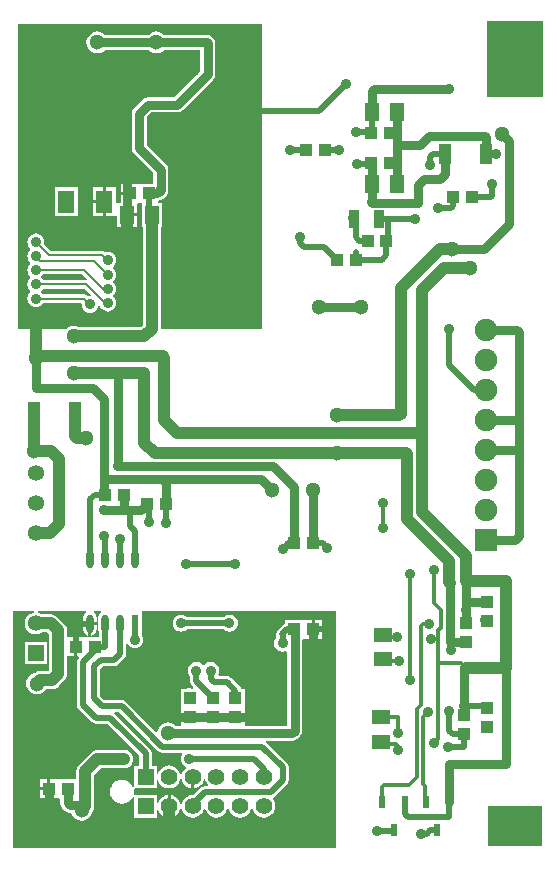
<source format=gbl>
G04 Layer_Physical_Order=2*
G04 Layer_Color=16711680*
%FSLAX44Y44*%
%MOMM*%
G71*
G01*
G75*
%ADD10R,1.0000X1.1000*%
%ADD14R,0.9000X1.5000*%
%ADD23O,0.6000X1.5500*%
%ADD24R,0.6000X1.5500*%
%ADD29R,1.4500X1.9000*%
%ADD30R,1.1000X1.0000*%
%ADD32C,0.5000*%
%ADD33C,0.7500*%
%ADD34C,1.0000*%
%ADD35C,0.3000*%
%ADD36C,0.2000*%
%ADD38R,4.8000X6.5000*%
%ADD39C,1.9000*%
%ADD40R,1.9000X1.9000*%
%ADD41C,1.3600*%
%ADD42R,1.3600X1.3600*%
%ADD43R,1.4000X1.4000*%
%ADD44C,1.4000*%
%ADD45C,1.3000*%
%ADD46C,0.9000*%
%ADD47R,0.6000X1.0000*%
%ADD48R,1.1000X1.7500*%
%ADD49R,1.5000X1.2000*%
%ADD50R,1.2000X1.5000*%
%ADD51R,4.6000X3.5000*%
G36*
X123586Y31826D02*
X125253Y30712D01*
X127220Y30321D01*
X143608D01*
X144235Y29051D01*
X143850Y28550D01*
X143141Y26838D01*
X142899Y25000D01*
X143141Y23162D01*
X143850Y21450D01*
X144979Y19979D01*
X146449Y18851D01*
X146844Y18687D01*
X147009Y17428D01*
X146196Y16804D01*
X144667Y14811D01*
X143706Y12490D01*
X143640Y11996D01*
X142360D01*
X142295Y12490D01*
X141333Y14811D01*
X139804Y16804D01*
X137811Y18333D01*
X135491Y19294D01*
X133000Y19622D01*
X130510Y19294D01*
X128189Y18333D01*
X126196Y16804D01*
X124667Y14811D01*
X123810Y12743D01*
X122540Y12995D01*
Y19540D01*
X118139D01*
Y30000D01*
X117748Y31967D01*
X116634Y33634D01*
X86676Y63591D01*
X86685Y63773D01*
X87082Y64861D01*
X90552D01*
X123586Y31826D01*
D02*
G37*
G36*
X212000Y389000D02*
X126544D01*
X126105Y389500D01*
Y475960D01*
X127040D01*
Y496040D01*
X123540D01*
Y497694D01*
X125454Y498075D01*
X127396Y499372D01*
X128550Y499851D01*
X130021Y500979D01*
X131149Y502450D01*
X131859Y504162D01*
X132101Y506000D01*
X132079Y506165D01*
X132203Y506790D01*
Y524210D01*
X131715Y526664D01*
X130325Y528745D01*
X113953Y545116D01*
Y568884D01*
X117656Y572587D01*
X140000D01*
X142454Y573075D01*
X144535Y574465D01*
X170325Y600255D01*
X171715Y602336D01*
X172203Y604790D01*
Y631210D01*
X171715Y633664D01*
X170325Y635745D01*
X169535Y636535D01*
X167454Y637925D01*
X165000Y638413D01*
X128474D01*
X128447Y638447D01*
X126559Y639896D01*
X124360Y640807D01*
X122000Y641118D01*
X119640Y640807D01*
X117441Y639896D01*
X115553Y638447D01*
X115526Y638413D01*
X78474D01*
X78447Y638447D01*
X76559Y639896D01*
X74360Y640807D01*
X72000Y641118D01*
X69640Y640807D01*
X67441Y639896D01*
X65553Y638447D01*
X64104Y636559D01*
X63193Y634360D01*
X62882Y632000D01*
X63193Y629640D01*
X64104Y627441D01*
X65553Y625553D01*
X67441Y624104D01*
X69640Y623193D01*
X72000Y622882D01*
X74360Y623193D01*
X76559Y624104D01*
X78447Y625553D01*
X78474Y625587D01*
X115526D01*
X115553Y625553D01*
X117441Y624104D01*
X119640Y623193D01*
X122000Y622882D01*
X124360Y623193D01*
X126559Y624104D01*
X128447Y625553D01*
X128474Y625587D01*
X159377D01*
Y607447D01*
X137344Y585413D01*
X115000D01*
X112546Y584925D01*
X110465Y583535D01*
X103005Y576075D01*
X101615Y573994D01*
X101127Y571540D01*
Y542460D01*
X101615Y540006D01*
X103005Y537925D01*
X119377Y521553D01*
Y512040D01*
X108810D01*
X108460Y512040D01*
X107540D01*
X107190Y512040D01*
X101270D01*
Y504000D01*
X100000D01*
Y502730D01*
X92460D01*
Y496040D01*
X89060D01*
X88960Y496040D01*
X87790Y496281D01*
Y509040D01*
X79270D01*
Y497000D01*
Y484960D01*
X87690D01*
X87790Y484960D01*
X88960Y484719D01*
Y475960D01*
X96230D01*
Y486000D01*
X97500D01*
Y487270D01*
X106040D01*
Y495062D01*
X106938Y495960D01*
X108460D01*
X108690Y495960D01*
X109960Y495670D01*
Y475960D01*
X110895D01*
Y392650D01*
X108850Y390605D01*
X56939D01*
X56559Y390896D01*
X54360Y391807D01*
X52000Y392118D01*
X49640Y391807D01*
X47441Y390896D01*
X45553Y389447D01*
X45209Y389000D01*
X5000D01*
Y647000D01*
X212000D01*
Y389000D01*
D02*
G37*
G36*
X274000Y-50500D02*
X1000D01*
Y150500D01*
X18469D01*
X18553Y149230D01*
X17562Y149100D01*
X15290Y148159D01*
X13339Y146661D01*
X11842Y144710D01*
X10900Y142438D01*
X10579Y140000D01*
X10900Y137562D01*
X11842Y135290D01*
X13339Y133339D01*
X15290Y131841D01*
X17562Y130900D01*
X20000Y130579D01*
X22438Y130900D01*
X24710Y131841D01*
X25431Y132395D01*
X29850D01*
X31395Y130850D01*
Y100150D01*
X30850Y99605D01*
X24000D01*
X22032Y99346D01*
X20198Y98586D01*
X19295Y97893D01*
X18640Y97807D01*
X16441Y96896D01*
X14553Y95447D01*
X13104Y93559D01*
X12193Y91360D01*
X11882Y89000D01*
X12193Y86640D01*
X13104Y84441D01*
X14553Y82553D01*
X16441Y81104D01*
X18640Y80193D01*
X21000Y79882D01*
X23360Y80193D01*
X25559Y81104D01*
X27447Y82553D01*
X28861Y84395D01*
X34000D01*
X35968Y84654D01*
X37803Y85414D01*
X39378Y86622D01*
X44378Y91622D01*
X45586Y93197D01*
X45901Y93957D01*
X46346Y95032D01*
X46605Y97000D01*
Y111960D01*
X52730D01*
Y120000D01*
Y128040D01*
X46605D01*
Y134000D01*
X46346Y135968D01*
X45586Y137802D01*
X44378Y139378D01*
X38378Y145378D01*
X36802Y146586D01*
X34968Y147346D01*
X33000Y147605D01*
X25431D01*
X24710Y148159D01*
X22438Y149100D01*
X21448Y149230D01*
X21531Y150500D01*
X62672D01*
X63057Y149230D01*
X61956Y148494D01*
X60732Y146662D01*
X60301Y144500D01*
Y141020D01*
X71599D01*
Y144500D01*
X71169Y146662D01*
X69944Y148494D01*
X68843Y149230D01*
X69228Y150500D01*
X75372D01*
X75757Y149230D01*
X74656Y148494D01*
X73432Y146662D01*
X73001Y144500D01*
Y135000D01*
X73432Y132838D01*
X73511Y132719D01*
Y128040D01*
X62810D01*
X62460Y128040D01*
Y128040D01*
X61540D01*
Y128040D01*
X55270D01*
Y120000D01*
Y111960D01*
X56033D01*
X56519Y110787D01*
X56366Y110634D01*
X55252Y108967D01*
X54861Y107000D01*
Y71000D01*
X55252Y69033D01*
X56366Y67366D01*
X67366Y56366D01*
X69033Y55252D01*
X71000Y54861D01*
X80871D01*
X107861Y27871D01*
Y19540D01*
X103460D01*
Y1602D01*
X102190Y1349D01*
X101770Y2363D01*
X100161Y4461D01*
X98063Y6070D01*
X95621Y7082D01*
X93000Y7427D01*
X90379Y7082D01*
X87937Y6070D01*
X85839Y4461D01*
X84230Y2363D01*
X83218Y-79D01*
X82873Y-2700D01*
X83218Y-5321D01*
X84230Y-7763D01*
X85839Y-9861D01*
X87937Y-11470D01*
X90379Y-12482D01*
X93000Y-12827D01*
X95621Y-12482D01*
X98063Y-11470D01*
X100161Y-9861D01*
X101770Y-7763D01*
X102190Y-6749D01*
X103460Y-7002D01*
Y-24540D01*
X122540D01*
Y-17995D01*
X123810Y-17743D01*
X124667Y-19811D01*
X126196Y-21804D01*
X128189Y-23333D01*
X130510Y-24294D01*
X131730Y-24455D01*
Y-15000D01*
Y-5545D01*
X130510Y-5706D01*
X128189Y-6667D01*
X126196Y-8196D01*
X124667Y-10189D01*
X123810Y-12257D01*
X122540Y-12005D01*
Y-5460D01*
X104044D01*
X102900Y-4422D01*
X103127Y-2700D01*
X102844Y-555D01*
X103736Y368D01*
X103933Y460D01*
X122540D01*
Y7005D01*
X123810Y7258D01*
X124667Y5189D01*
X126196Y3196D01*
X128189Y1667D01*
X130510Y706D01*
X133000Y378D01*
X135491Y706D01*
X137811Y1667D01*
X139804Y3196D01*
X141333Y5189D01*
X142295Y7510D01*
X142360Y8004D01*
X143640D01*
X143706Y7510D01*
X144667Y5189D01*
X146196Y3196D01*
X148189Y1667D01*
X150510Y706D01*
X151730Y545D01*
Y10000D01*
X154270D01*
Y545D01*
X155490Y706D01*
X157811Y1667D01*
X159804Y3196D01*
X161333Y5189D01*
X162294Y7510D01*
X162360Y8004D01*
X163640D01*
X163706Y7510D01*
X164667Y5189D01*
X166033Y3409D01*
X165681Y2139D01*
X163000D01*
X161033Y1748D01*
X159366Y634D01*
X153314Y-5419D01*
X153000Y-5378D01*
X150510Y-5706D01*
X148189Y-6667D01*
X146196Y-8196D01*
X144667Y-10189D01*
X143706Y-12510D01*
X143640Y-13004D01*
X142360D01*
X142295Y-12510D01*
X141333Y-10189D01*
X139804Y-8196D01*
X137811Y-6667D01*
X135491Y-5706D01*
X134270Y-5545D01*
Y-15000D01*
Y-24455D01*
X135491Y-24294D01*
X137811Y-23333D01*
X139804Y-21804D01*
X141333Y-19811D01*
X142295Y-17490D01*
X142360Y-16996D01*
X143640D01*
X143706Y-17490D01*
X144667Y-19811D01*
X146196Y-21804D01*
X148189Y-23333D01*
X150510Y-24294D01*
X153000Y-24622D01*
X155490Y-24294D01*
X157811Y-23333D01*
X159804Y-21804D01*
X161333Y-19811D01*
X162294Y-17490D01*
X162360Y-16996D01*
X163640D01*
X163706Y-17490D01*
X164667Y-19811D01*
X166196Y-21804D01*
X168189Y-23333D01*
X170510Y-24294D01*
X173000Y-24622D01*
X175490Y-24294D01*
X177811Y-23333D01*
X179804Y-21804D01*
X181333Y-19811D01*
X182295Y-17490D01*
X182360Y-16996D01*
X183640D01*
X183706Y-17490D01*
X184667Y-19811D01*
X186196Y-21804D01*
X188189Y-23333D01*
X190510Y-24294D01*
X193000Y-24622D01*
X195490Y-24294D01*
X197811Y-23333D01*
X199804Y-21804D01*
X201333Y-19811D01*
X202294Y-17490D01*
X202360Y-16996D01*
X203640D01*
X203706Y-17490D01*
X204667Y-19811D01*
X206196Y-21804D01*
X208189Y-23333D01*
X210510Y-24294D01*
X213000Y-24622D01*
X215490Y-24294D01*
X217811Y-23333D01*
X219804Y-21804D01*
X221333Y-19811D01*
X222294Y-17490D01*
X222622Y-15000D01*
X222294Y-12510D01*
X221333Y-10189D01*
X220500Y-9103D01*
X221006Y-7709D01*
X221022Y-7697D01*
X222674Y-6594D01*
X232634Y3366D01*
X233748Y5034D01*
X234139Y7000D01*
Y18000D01*
X233748Y19966D01*
X232634Y21634D01*
X215174Y39094D01*
X214840Y39317D01*
X215225Y40587D01*
X237000D01*
X239454Y41075D01*
X241535Y42465D01*
X243745Y44675D01*
X245135Y46756D01*
X245623Y49210D01*
Y126062D01*
X246521Y126960D01*
X247460D01*
X247810Y126960D01*
X253730D01*
Y135000D01*
Y143040D01*
X247810D01*
X247460Y143040D01*
X246540D01*
X246190Y143040D01*
X231460D01*
Y139852D01*
X230933Y139748D01*
X229266Y138634D01*
X225316Y134684D01*
X224202Y133017D01*
X223811Y131050D01*
X223861Y130799D01*
Y127868D01*
X222851Y126550D01*
X222141Y124838D01*
X221899Y123000D01*
X222141Y121162D01*
X222851Y119450D01*
X223979Y117979D01*
X225450Y116851D01*
X227162Y116141D01*
X229000Y115899D01*
X230838Y116141D01*
X231527Y116427D01*
X232797Y115578D01*
Y53413D01*
X198291D01*
X197040Y53460D01*
X197040Y54683D01*
Y59730D01*
X189000D01*
Y62270D01*
X197040D01*
Y68190D01*
X197040Y68540D01*
Y69460D01*
X197040Y69810D01*
Y84540D01*
X193832D01*
X193748Y84966D01*
X192634Y86634D01*
X185174Y94094D01*
X183507Y95208D01*
X181540Y95599D01*
X174958D01*
X174323Y96869D01*
X174859Y98162D01*
X175026Y99436D01*
X175139Y100000D01*
X175026Y100564D01*
X174859Y101838D01*
X174149Y103550D01*
X173021Y105021D01*
X171550Y106149D01*
X169838Y106859D01*
X168000Y107101D01*
X166162Y106859D01*
X164450Y106149D01*
X162979Y105021D01*
X162635Y104573D01*
X161365D01*
X161021Y105021D01*
X159550Y106149D01*
X157838Y106859D01*
X156000Y107101D01*
X154162Y106859D01*
X152450Y106149D01*
X150979Y105021D01*
X149851Y103550D01*
X149141Y101838D01*
X148899Y100000D01*
X149141Y98162D01*
X149851Y96450D01*
X150861Y95132D01*
Y91000D01*
X151252Y89033D01*
X152366Y87366D01*
X153466Y86267D01*
X153079Y84858D01*
X152360Y84642D01*
X151838Y84859D01*
X150000Y85101D01*
X148162Y84859D01*
X147393Y84540D01*
X142960D01*
Y78461D01*
X142899Y78000D01*
X142960Y77538D01*
Y69810D01*
X142960Y69460D01*
Y68540D01*
X142960Y68190D01*
Y62270D01*
X151000D01*
Y59730D01*
X142960D01*
X142960Y53460D01*
X141709Y53413D01*
X138474D01*
X138447Y53447D01*
X136559Y54896D01*
X134360Y55807D01*
X132000Y56118D01*
X129640Y55807D01*
X127441Y54896D01*
X125553Y53447D01*
X124104Y51559D01*
X123193Y49360D01*
X123077Y48481D01*
X121874Y48073D01*
X96314Y73634D01*
X94647Y74748D01*
X92680Y75139D01*
X78129D01*
X74599Y78668D01*
Y101332D01*
X77129Y103861D01*
X86000D01*
X87966Y104252D01*
X89634Y105366D01*
X94984Y110716D01*
X96098Y112383D01*
X96489Y114350D01*
Y122419D01*
X97759Y122671D01*
X97851Y122450D01*
X98979Y120979D01*
X100450Y119851D01*
X102162Y119141D01*
X104000Y118899D01*
X105838Y119141D01*
X107550Y119851D01*
X109021Y120979D01*
X110149Y122450D01*
X110859Y124162D01*
X111101Y126000D01*
X110859Y127838D01*
X110149Y129550D01*
X109590Y130279D01*
Y149230D01*
X109590Y150040D01*
X110669Y150500D01*
X274000D01*
Y-50500D01*
D02*
G37*
%LPC*%
G36*
X55790Y509040D02*
X36210D01*
Y484960D01*
X55790D01*
Y509040D01*
D02*
G37*
G36*
X76730Y495730D02*
X68210D01*
Y484960D01*
X76730D01*
Y495730D01*
D02*
G37*
G36*
X98730Y512040D02*
X92460D01*
Y505270D01*
X98730D01*
Y512040D01*
D02*
G37*
G36*
X76730Y509040D02*
X68210D01*
Y498270D01*
X76730D01*
Y509040D01*
D02*
G37*
G36*
X106040Y484730D02*
X98770D01*
Y475960D01*
X106040D01*
Y484730D01*
D02*
G37*
G36*
X20000Y470101D02*
X18162Y469859D01*
X16450Y469149D01*
X14979Y468021D01*
X13851Y466550D01*
X13141Y464838D01*
X12899Y463000D01*
X13141Y461162D01*
X13851Y459450D01*
X14979Y457979D01*
X15427Y457635D01*
Y456365D01*
X14979Y456021D01*
X13851Y454550D01*
X13141Y452838D01*
X12899Y451000D01*
X13141Y449162D01*
X13851Y447450D01*
X14979Y445979D01*
X15428Y445635D01*
Y444365D01*
X14979Y444020D01*
X13851Y442550D01*
X13141Y440837D01*
X12899Y438999D01*
X13141Y437161D01*
X13851Y435449D01*
X14979Y433978D01*
X15427Y433634D01*
Y432364D01*
X14979Y432020D01*
X13851Y430550D01*
X13141Y428837D01*
X12899Y426999D01*
X13141Y425161D01*
X13851Y423449D01*
X14979Y421978D01*
X15427Y421635D01*
Y420364D01*
X14979Y420021D01*
X13851Y418550D01*
X13141Y416838D01*
X12899Y415000D01*
X13141Y413162D01*
X13851Y411450D01*
X14979Y409979D01*
X16450Y408851D01*
X18162Y408141D01*
X20000Y407899D01*
X21838Y408141D01*
X23550Y408851D01*
X25021Y409979D01*
X26104Y411391D01*
X58119D01*
X58957Y410436D01*
X58899Y410000D01*
X59141Y408162D01*
X59851Y406450D01*
X60979Y404979D01*
X62450Y403851D01*
X64162Y403141D01*
X66000Y402899D01*
X67838Y403141D01*
X69550Y403851D01*
X71021Y404979D01*
X72149Y406450D01*
X72859Y408162D01*
X72952Y408873D01*
X73349Y408970D01*
X74240Y408923D01*
X74850Y407449D01*
X75979Y405978D01*
X77449Y404850D01*
X79162Y404140D01*
X81000Y403898D01*
X82838Y404140D01*
X84550Y404850D01*
X86021Y405978D01*
X87149Y407449D01*
X87859Y409161D01*
X88101Y410999D01*
X87859Y412837D01*
X87149Y414549D01*
X86021Y416020D01*
X85573Y416364D01*
Y417634D01*
X86021Y417978D01*
X87149Y419449D01*
X87859Y421161D01*
X88101Y422999D01*
X87859Y424837D01*
X87149Y426549D01*
X86021Y428020D01*
X85573Y428364D01*
Y429634D01*
X86021Y429978D01*
X87149Y431449D01*
X87859Y433161D01*
X88101Y434999D01*
X87859Y436837D01*
X87149Y438549D01*
X86021Y440020D01*
X85462Y440449D01*
Y442050D01*
X86021Y442479D01*
X87149Y443950D01*
X87859Y445662D01*
X88101Y447500D01*
X87859Y449338D01*
X87149Y451050D01*
X86021Y452521D01*
X84550Y453649D01*
X82838Y454359D01*
X81000Y454601D01*
X79162Y454359D01*
X78868Y454237D01*
X78552Y454552D01*
X77381Y455335D01*
X76000Y455609D01*
X32495D01*
X26869Y461236D01*
X27101Y463000D01*
X26859Y464838D01*
X26149Y466550D01*
X25021Y468021D01*
X23550Y469149D01*
X21838Y469859D01*
X20000Y470101D01*
D02*
G37*
%LPD*%
G36*
X63028Y431868D02*
X62490Y430609D01*
X26103D01*
X25021Y432020D01*
X24573Y432364D01*
Y433634D01*
X25021Y433978D01*
X26104Y435390D01*
X59506D01*
X63028Y431868D01*
D02*
G37*
G36*
X66592Y418304D02*
X66000Y417101D01*
X64236Y416869D01*
X63552Y417552D01*
X62381Y418335D01*
X61000Y418609D01*
X26104D01*
X25021Y420021D01*
X24573Y420365D01*
Y421635D01*
X25021Y421978D01*
X26105Y423391D01*
X61505D01*
X66592Y418304D01*
D02*
G37*
%LPC*%
G36*
X71599Y138480D02*
X67220D01*
Y129604D01*
X68112Y129781D01*
X69944Y131006D01*
X71169Y132838D01*
X71599Y135000D01*
Y138480D01*
D02*
G37*
G36*
X64680D02*
X60301D01*
Y135000D01*
X60732Y132838D01*
X61956Y131006D01*
X63788Y129781D01*
X64680Y129604D01*
Y138480D01*
D02*
G37*
G36*
X262540Y133730D02*
X256270D01*
Y126960D01*
X262540D01*
Y133730D01*
D02*
G37*
G36*
X29730Y8040D02*
X23460D01*
Y1270D01*
X29730D01*
Y8040D01*
D02*
G37*
G36*
Y-1270D02*
X23460D01*
Y-8040D01*
X29730D01*
Y-1270D01*
D02*
G37*
G36*
X29340Y123940D02*
X10660D01*
Y105260D01*
X29340D01*
Y123940D01*
D02*
G37*
G36*
X95000Y32605D02*
X72000D01*
X70032Y32346D01*
X68957Y31901D01*
X68197Y31586D01*
X66622Y30378D01*
X56622Y20378D01*
X55414Y18802D01*
X54654Y16968D01*
X54395Y15000D01*
Y8040D01*
X39810D01*
X39460Y8040D01*
X38540D01*
X38190Y8040D01*
X32270D01*
Y0D01*
Y-8040D01*
X38190D01*
X38540Y-8040D01*
X39460D01*
X40587Y-8988D01*
Y-12000D01*
X41075Y-14454D01*
X42465Y-16535D01*
X44465Y-18535D01*
X46546Y-19925D01*
X49000Y-20413D01*
X50215D01*
X51104Y-22559D01*
X52553Y-24447D01*
X54441Y-25896D01*
X56640Y-26807D01*
X59000Y-27118D01*
X61360Y-26807D01*
X63559Y-25896D01*
X65447Y-24447D01*
X66896Y-22559D01*
X67807Y-20360D01*
X67894Y-19705D01*
X68586Y-18802D01*
X69346Y-16968D01*
X69605Y-15000D01*
Y11850D01*
X75150Y17395D01*
X95000D01*
X96968Y17654D01*
X98802Y18414D01*
X100378Y19622D01*
X101586Y21198D01*
X102346Y23032D01*
X102605Y25000D01*
X102346Y26968D01*
X101586Y28802D01*
X100378Y30378D01*
X98802Y31586D01*
X96968Y32346D01*
X95000Y32605D01*
D02*
G37*
G36*
X256270Y143040D02*
Y136270D01*
X262540D01*
Y143040D01*
X256270D01*
D02*
G37*
G36*
X184000Y147101D02*
X182162Y146859D01*
X180450Y146149D01*
X179132Y145139D01*
X147867D01*
X146550Y146149D01*
X144838Y146859D01*
X143000Y147101D01*
X141162Y146859D01*
X139450Y146149D01*
X137979Y145021D01*
X136851Y143550D01*
X136141Y141838D01*
X135899Y140000D01*
X136141Y138162D01*
X136851Y136450D01*
X137979Y134979D01*
X139450Y133851D01*
X141162Y133141D01*
X143000Y132899D01*
X144838Y133141D01*
X146550Y133851D01*
X147867Y134861D01*
X179132D01*
X180450Y133851D01*
X182162Y133141D01*
X184000Y132899D01*
X185838Y133141D01*
X187550Y133851D01*
X189021Y134979D01*
X190149Y136450D01*
X190859Y138162D01*
X191101Y140000D01*
X190859Y141838D01*
X190149Y143550D01*
X189021Y145021D01*
X187550Y146149D01*
X185838Y146859D01*
X184000Y147101D01*
D02*
G37*
%LPD*%
D10*
X249000Y541000D02*
D03*
X265000D02*
D03*
X31000Y0D02*
D03*
X47000D02*
D03*
X255000Y135000D02*
D03*
X239000D02*
D03*
X255000Y208000D02*
D03*
X239000D02*
D03*
X373000Y501000D02*
D03*
X389000D02*
D03*
X130000Y241000D02*
D03*
X114000D02*
D03*
X301000Y464000D02*
D03*
X317000D02*
D03*
X79000Y249000D02*
D03*
X95000D02*
D03*
X54000Y120000D02*
D03*
X70000D02*
D03*
X291000Y448000D02*
D03*
X275000D02*
D03*
X304000Y530000D02*
D03*
X320000D02*
D03*
X320000Y555000D02*
D03*
X304000D02*
D03*
X116000Y504000D02*
D03*
X100000D02*
D03*
D14*
X289500Y482000D02*
D03*
X310500D02*
D03*
D23*
X65950Y194250D02*
D03*
X78650D02*
D03*
X91350D02*
D03*
X104050D02*
D03*
X65950Y139750D02*
D03*
X78650D02*
D03*
X91350D02*
D03*
D24*
X104050D02*
D03*
D29*
X46000Y497000D02*
D03*
X78000D02*
D03*
D30*
X402000Y68000D02*
D03*
Y52000D02*
D03*
X383000Y62000D02*
D03*
Y46000D02*
D03*
X402000Y158000D02*
D03*
Y142000D02*
D03*
X384000Y140000D02*
D03*
Y124000D02*
D03*
X151000Y61000D02*
D03*
Y77000D02*
D03*
X170000Y61000D02*
D03*
Y77000D02*
D03*
X189000Y61000D02*
D03*
Y77000D02*
D03*
D32*
X229000Y7000D02*
Y18000D01*
X219040Y-2960D02*
X229000Y7000D01*
X168013Y-2960D02*
X219040D01*
X92680Y70000D02*
X127220Y35460D01*
X76000Y70000D02*
X92680D01*
X127220Y35460D02*
X211540D01*
X150000Y25000D02*
X205000D01*
X211540Y35460D02*
X229000Y18000D01*
X205000Y25000D02*
X213000Y17000D01*
Y10000D02*
Y17000D01*
X206000Y61000D02*
Y95000D01*
X153000Y-15000D02*
Y-13000D01*
X163000Y-3000D01*
X167973D01*
X168013Y-2960D01*
X83000Y60000D02*
X113000Y30000D01*
Y10000D02*
Y30000D01*
X71000Y60000D02*
X83000D01*
X318000Y482000D02*
X341000D01*
X168000Y574000D02*
X260000D01*
X283000Y597000D01*
X265000Y541000D02*
X277000D01*
X235000D02*
X249000D01*
X310500Y482000D02*
X318000D01*
Y465000D02*
Y482000D01*
X317000Y464000D02*
X318000Y465000D01*
X370000Y359000D02*
Y389000D01*
Y359000D02*
X391200Y337800D01*
X401000D01*
X401250Y537000D02*
X402250Y536000D01*
X356000Y537000D02*
X366750D01*
X354000Y535000D02*
X356000Y537000D01*
X354000Y528000D02*
Y535000D01*
X373000Y493000D02*
Y501000D01*
X369500Y-23500D02*
X370000Y-24000D01*
X369999Y49001D02*
Y66000D01*
Y49001D02*
X373000Y46000D01*
X335000Y-24000D02*
X370000D01*
X369500Y-23500D02*
Y-11000D01*
X332500Y-21500D02*
Y-11000D01*
Y-21500D02*
X335000Y-24000D01*
X369000Y35000D02*
X383000D01*
Y46000D01*
X373000Y46000D02*
X383000D01*
X383000Y46000D01*
Y70000D02*
X401000D01*
X382999D02*
X383000D01*
X104000Y126000D02*
Y139700D01*
X104050Y139750D01*
X65950D02*
X66000Y139700D01*
X65300Y139000D02*
X66000Y139700D01*
X54000Y139000D02*
X65300D01*
X111000Y12000D02*
X113000Y10000D01*
X60000Y71000D02*
X71000Y60000D01*
X60000Y71000D02*
Y107000D01*
X70000Y117000D01*
Y120000D01*
X69460Y76540D02*
X76000Y70000D01*
X69460Y76540D02*
Y103460D01*
X75000Y109000D01*
X86000D01*
X91350Y114350D01*
Y139750D01*
X70000Y120000D02*
X78650D01*
Y139750D01*
X54000Y120000D02*
Y139000D01*
X54000Y139000D02*
X54000Y139000D01*
X168000Y100000D02*
X170000D01*
X156000Y91000D02*
Y100000D01*
Y91000D02*
X170000Y77000D01*
X187000D02*
X189000D01*
X168000Y93000D02*
Y100000D01*
Y93000D02*
X170540Y90460D01*
X181540D01*
X189000Y83000D01*
Y77000D02*
Y83000D01*
X228950Y131050D02*
X232900Y135000D01*
X239000D01*
X267000Y121000D02*
Y131000D01*
X263000Y135000D02*
X267000Y131000D01*
X255000Y135000D02*
X263000D01*
X228950Y131050D02*
X229000Y131000D01*
Y123000D02*
Y131000D01*
X143000Y140000D02*
X184000D01*
X104050Y194250D02*
Y217950D01*
X100000Y222000D02*
X104050Y217950D01*
X116000Y226000D02*
Y239000D01*
X114000Y241000D02*
X116000Y239000D01*
X130000Y225000D02*
Y241000D01*
X147000Y190000D02*
X189000D01*
X65950Y194250D02*
Y244950D01*
X70000Y249000D01*
X78000D01*
X79000D01*
X78650Y194250D02*
Y213350D01*
X78000Y214000D02*
X78650Y213350D01*
X91000Y194600D02*
Y211000D01*
Y194600D02*
X91350Y194250D01*
X100000Y222000D02*
Y234000D01*
X263000Y208000D02*
X267000Y204000D01*
X255000Y208000D02*
X263000D01*
X229000Y203000D02*
X234000Y208000D01*
X239000D01*
X116000Y488500D02*
X118500Y486000D01*
X116000Y488500D02*
Y504000D01*
X304500Y555500D02*
Y573000D01*
X304000Y555000D02*
X304500Y555500D01*
X291000Y556000D02*
X303000D01*
X304000Y555000D01*
X303000Y529000D02*
X304000Y530000D01*
X292000Y529000D02*
X303000D01*
X325500Y512000D02*
X326000Y511500D01*
X264000Y459000D02*
X275000Y448000D01*
X247000Y459000D02*
X264000D01*
X244000Y462000D02*
X247000Y459000D01*
X244000Y462000D02*
Y467000D01*
X402250Y536000D02*
X403250Y537000D01*
X410000D01*
X406000Y502000D02*
Y512000D01*
X405000Y501000D02*
X406000Y502000D01*
X389000Y501000D02*
X405000D01*
X361000Y492000D02*
X372000D01*
X373000Y493000D01*
X291000Y448000D02*
X313000D01*
X317000Y452000D01*
Y464000D01*
X291000Y448000D02*
Y454000D01*
Y467000D02*
Y481000D01*
Y467000D02*
X294000Y464000D01*
X301000D01*
X322000Y-36000D02*
X323000Y-35000D01*
X309000Y-36000D02*
X322000D01*
X346000Y-38000D02*
X351000D01*
X354000Y-35000D01*
X360000D01*
X289000Y483000D02*
X291000Y481000D01*
D33*
X132000Y47000D02*
X237000D01*
X136000Y61000D02*
X151000D01*
X135000Y62000D02*
X136000Y61000D01*
X206000D02*
X225999D01*
X189000D02*
X206000D01*
X306000Y592000D02*
X370000D01*
X304500Y590500D02*
X306000Y592000D01*
X304999Y496999D02*
Y508499D01*
X305000Y508500D01*
X303000Y510500D02*
X305000Y508500D01*
X344000Y496000D02*
Y511000D01*
X305000Y496000D02*
X344000D01*
X371000Y124000D02*
Y174000D01*
X371000Y174000D02*
X371000Y174000D01*
X20000Y339210D02*
X68790D01*
X20000D02*
Y364128D01*
X78000Y249000D02*
Y330000D01*
X68790Y339210D02*
X78000Y330000D01*
X90000Y273000D02*
Y352000D01*
X20000Y365020D02*
X20892D01*
X239000Y208000D02*
Y255000D01*
X221000Y273000D02*
X239000Y255000D01*
X165790Y604790D02*
Y631210D01*
X140000Y579000D02*
X165790Y604790D01*
X115000Y579000D02*
X140000D01*
X115000Y596000D02*
X138000D01*
X150000Y608000D01*
X97500Y578500D02*
X115000Y596000D01*
X107540Y571540D02*
X115000Y579000D01*
X107540Y542460D02*
Y571540D01*
X72000Y632000D02*
X122000D01*
X165000D01*
X165790Y631210D01*
X107540Y542460D02*
X125790Y524210D01*
Y506790D02*
Y524210D01*
X125000Y506000D02*
X125790Y506790D01*
X123000Y504000D02*
X125000Y506000D01*
X116000Y504000D02*
X123000D01*
X151000Y611000D02*
X153000D01*
X384000Y158000D02*
Y176000D01*
X383000Y70000D02*
Y101000D01*
X384000Y102000D01*
Y151000D02*
Y158000D01*
Y140000D02*
Y151000D01*
Y158000D02*
X402000D01*
X127000Y262000D02*
X211000D01*
X90000Y273000D02*
X221000D01*
X18000Y-16000D02*
X28000D01*
X31000Y-13000D01*
Y0D01*
X55000Y-14000D02*
X59000Y-18000D01*
X49000Y-14000D02*
X55000D01*
X47000Y-12000D02*
X49000Y-14000D01*
X47000Y-12000D02*
Y0D01*
X81000Y97000D02*
X120000D01*
X134210Y82790D01*
Y67790D02*
X135000Y67000D01*
X134210Y67790D02*
Y82790D01*
X135000Y62000D02*
Y67000D01*
X151000Y61000D02*
X170000D01*
X189000D01*
X252000Y61000D02*
X255000Y64000D01*
Y135000D01*
X239000D02*
X239210Y134790D01*
X237000Y47000D02*
X239210Y49210D01*
Y134790D01*
X225999Y61000D02*
X226000Y61000D01*
X127000Y262000D02*
X130000Y259000D01*
Y241000D02*
Y259000D01*
X211000Y262000D02*
X220000Y253000D01*
X81790Y262000D02*
X127000D01*
X255000Y208000D02*
Y253000D01*
X109000Y236000D02*
X114000Y241000D01*
X95000Y236000D02*
Y249000D01*
X78000Y236000D02*
X95000D01*
X109000D01*
X320000Y555000D02*
X325500D01*
Y573000D01*
X320000Y530000D02*
X325500D01*
Y512000D02*
Y530000D01*
X304500Y512000D02*
Y529500D01*
X304000Y530000D02*
X304500Y529500D01*
X344000Y511000D02*
X349000Y516000D01*
X362000D01*
X366750Y520750D01*
Y537000D01*
X401250D02*
Y551750D01*
X400000Y553000D02*
X401250Y551750D01*
X353000Y553000D02*
X400000D01*
X345000Y545000D02*
X353000Y553000D01*
X325500Y530000D02*
Y545000D01*
Y555000D01*
X303000Y510500D02*
X304500Y512000D01*
Y573000D02*
Y590500D01*
X372500Y456500D02*
X399500D01*
X420790Y477790D01*
X414001Y553999D02*
X414999D01*
X414999D01*
X414999D02*
X420790Y548208D01*
Y477790D02*
Y548208D01*
X325500Y545000D02*
X345000D01*
X260000Y408000D02*
X295000D01*
X401000Y210800D02*
X425800D01*
X429000Y214000D01*
X427400Y388600D02*
X429000Y387000D01*
X401000Y388600D02*
X427400D01*
X401000Y287000D02*
X429000D01*
Y214000D02*
Y287000D01*
X401000Y312400D02*
X428400D01*
X429000Y313000D01*
Y287000D02*
Y313000D01*
Y387000D01*
X16000Y-18000D02*
X18000Y-16000D01*
X418000Y21000D02*
Y102000D01*
X369500Y-11000D02*
Y21000D01*
X418000D01*
X371000Y124000D02*
X384000D01*
X20000Y364128D02*
X20892Y365020D01*
X97500Y486000D02*
Y578500D01*
X150000Y608000D02*
X154000D01*
X151000Y611000D02*
X154000Y608000D01*
D34*
X62000Y15000D02*
X72000Y25000D01*
X95000D01*
X62000Y-15000D02*
Y15000D01*
X59000Y-18000D02*
X62000Y-15000D01*
X16000Y-18000D02*
Y40000D01*
X22000Y46000D02*
X79000D01*
X16000Y40000D02*
X22000Y46000D01*
X16000Y-31000D02*
X22000Y-37000D01*
X370280Y174720D02*
Y192720D01*
X334460Y228540D02*
X370280Y192720D01*
X20000Y216200D02*
X32200D01*
X40000Y224000D01*
Y279000D01*
X32750Y286250D02*
X40000Y279000D01*
X18750Y286250D02*
X32750D01*
X18750D02*
Y319000D01*
X55000Y297000D02*
X63000D01*
X53000Y299000D02*
X55000Y297000D01*
X53000Y299000D02*
Y318750D01*
X53250Y319000D01*
X20000Y365020D02*
Y366040D01*
X347040Y279184D02*
Y300960D01*
X347000Y301000D02*
X347040Y300960D01*
X347000Y279144D02*
X347040Y279184D01*
X347000Y234137D02*
Y279144D01*
X384000Y176000D02*
Y197137D01*
Y176000D02*
X384000Y176000D01*
X418000D01*
Y102000D02*
Y176000D01*
X384000Y102000D02*
X418000D01*
X370280Y174720D02*
X371000Y174000D01*
X21000Y89000D02*
X24000Y92000D01*
X34000D01*
X39000Y97000D01*
Y134000D01*
X33000Y140000D02*
X39000Y134000D01*
X20000Y140000D02*
X33000D01*
X133000Y-37000D02*
Y-15000D01*
X133000Y-15000D01*
X22000Y-37000D02*
X133000D01*
X118500Y389500D02*
Y486000D01*
X20000Y366040D02*
Y396000D01*
X97500Y399500D02*
Y486000D01*
X90000Y352000D02*
X112000D01*
X129000Y312000D02*
Y365040D01*
X128000Y366040D02*
X129000Y365040D01*
X347000Y234137D02*
X384000Y197137D01*
X366000Y441000D02*
X388000D01*
X372000Y457000D02*
X372500Y456500D01*
X362000Y457000D02*
X372000D01*
X275000Y284000D02*
X333460D01*
X329000Y424000D02*
X362000Y457000D01*
X129000Y312000D02*
X140000Y301000D01*
X347000D01*
X275000Y316000D02*
X328000D01*
X329000Y317000D01*
X334460Y228540D02*
Y283000D01*
X333460Y284000D02*
X334460Y283000D01*
X347000Y301000D02*
Y422000D01*
X366000Y441000D01*
X329000Y317000D02*
Y424000D01*
X112000Y383000D02*
X118500Y389500D01*
X52000Y352000D02*
X90000D01*
X20000Y366040D02*
X128000D01*
X52000Y383000D02*
X112000D01*
X21960Y397960D02*
X95960D01*
X97500Y399500D01*
X20000Y396000D02*
X21960Y397960D01*
X16000Y-31000D02*
Y-18000D01*
X112000Y293000D02*
Y352000D01*
Y293000D02*
X121000Y284000D01*
X275000D01*
D35*
X357000Y157000D02*
Y185000D01*
Y157000D02*
X363000Y151000D01*
Y136000D02*
Y151000D01*
X361000Y134000D02*
X363000Y136000D01*
X361000Y127000D02*
Y134000D01*
X314000Y109500D02*
X315500Y108000D01*
X328000D01*
X337000Y92000D02*
Y182000D01*
X314000Y130500D02*
X316500Y128000D01*
X326000D01*
X346459Y71188D02*
Y137709D01*
X314000Y221000D02*
Y242000D01*
X371000Y124000D02*
X371999Y123001D01*
Y117000D02*
Y123001D01*
X327000Y33000D02*
Y36000D01*
X325000Y38000D02*
X327000Y36000D01*
X312000Y38000D02*
X325000D01*
X312000D02*
Y39500D01*
X346459Y137709D02*
X347750Y139000D01*
X348000Y60651D02*
X352460Y65111D01*
X357000Y39000D02*
X358000D01*
X361000Y42000D01*
X347750Y139000D02*
X353000D01*
X350000Y-10500D02*
X350500Y-11000D01*
X350000Y-10500D02*
Y2000D01*
X362000Y106000D02*
X380000D01*
X384000Y102000D01*
X361000Y42000D02*
Y127000D01*
X354999D02*
X361000D01*
X326999Y47000D02*
Y60500D01*
X312000D02*
X326999D01*
X348000Y4000D02*
X350000Y2000D01*
X313500Y-11000D02*
Y1500D01*
X342460Y67189D02*
X346459Y71188D01*
X348000Y4000D02*
Y60651D01*
X313500Y1500D02*
X315000Y3000D01*
X336000D01*
X342460Y9460D01*
Y67189D01*
D36*
X99000Y514000D02*
X112460D01*
X98500Y513500D02*
X99000Y514000D01*
X112460D02*
X115000Y516540D01*
X46000Y498000D02*
X47000D01*
X80000Y432000D02*
X81000Y433000D01*
X80500Y447500D02*
X81000D01*
X81000Y434999D02*
X82999Y433000D01*
X81000Y433000D02*
Y434999D01*
X77001Y422999D02*
X81000D01*
X79001Y410999D02*
X81000D01*
X76000Y452000D02*
X80500Y447500D01*
X31000Y452000D02*
X76000D01*
X68999Y447000D02*
X81000Y434999D01*
X20000Y463000D02*
X31000Y452000D01*
X20000Y451000D02*
X24000Y447000D01*
X68999D01*
X20000Y438999D02*
X61001D01*
X77001Y422999D01*
X20000Y427999D02*
X21001Y429000D01*
X20000Y426999D02*
Y427999D01*
X23001Y427000D02*
X63000D01*
X79001Y410999D01*
X20000Y415000D02*
X61000D01*
X66000Y410000D01*
X46000Y497000D02*
X47000Y498000D01*
X21001Y429000D02*
X23001Y427000D01*
D38*
X426000Y617500D02*
D03*
D39*
X401000Y337800D02*
D03*
Y312400D02*
D03*
Y236200D02*
D03*
Y261600D02*
D03*
Y287000D02*
D03*
Y363200D02*
D03*
Y388600D02*
D03*
D40*
Y210800D02*
D03*
D41*
X20000Y267000D02*
D03*
Y241600D02*
D03*
Y216200D02*
D03*
Y140000D02*
D03*
D42*
Y114600D02*
D03*
D43*
X113000Y10000D02*
D03*
Y-15000D02*
D03*
D44*
X133000Y10000D02*
D03*
X153000D02*
D03*
X173000D02*
D03*
X193000D02*
D03*
X213000D02*
D03*
X133000Y-15000D02*
D03*
X153000D02*
D03*
X173000D02*
D03*
X193000D02*
D03*
X213000D02*
D03*
D45*
X132000Y47000D02*
D03*
X18750Y286250D02*
D03*
X63000Y297000D02*
D03*
X20000Y365020D02*
D03*
X72000Y632000D02*
D03*
X122000D02*
D03*
X153000Y611000D02*
D03*
X21000Y89000D02*
D03*
X59000Y-18000D02*
D03*
X79000Y46000D02*
D03*
X135000Y67000D02*
D03*
X81000Y97000D02*
D03*
X252000Y61000D02*
D03*
X226000Y61000D02*
D03*
X220000Y253000D02*
D03*
X255000D02*
D03*
X388000Y441000D02*
D03*
X372500Y456500D02*
D03*
X414999Y553999D02*
D03*
X295000Y408000D02*
D03*
X260000D02*
D03*
X275000Y284000D02*
D03*
Y316000D02*
D03*
X52000Y352000D02*
D03*
X52000Y383000D02*
D03*
D46*
X150000Y25000D02*
D03*
X150000Y78000D02*
D03*
X206000Y95000D02*
D03*
X95000Y25000D02*
D03*
X341000Y482000D02*
D03*
X283000Y597000D02*
D03*
X277000Y541000D02*
D03*
X235000D02*
D03*
X370000Y592000D02*
D03*
X304999Y496999D02*
D03*
X370000Y389000D02*
D03*
X357000Y185000D02*
D03*
X168000Y574000D02*
D03*
Y562000D02*
D03*
Y550000D02*
D03*
X156000Y574000D02*
D03*
Y562000D02*
D03*
Y550000D02*
D03*
X144000Y562000D02*
D03*
Y550000D02*
D03*
X132000Y562000D02*
D03*
Y550000D02*
D03*
X120000Y562000D02*
D03*
Y550000D02*
D03*
X96000Y574000D02*
D03*
Y562000D02*
D03*
Y550000D02*
D03*
X84000Y574000D02*
D03*
X328000Y108000D02*
D03*
X337000Y92000D02*
D03*
Y182000D02*
D03*
X326000Y128000D02*
D03*
X354000Y528000D02*
D03*
X138000Y612000D02*
D03*
X20000Y463000D02*
D03*
X346000Y-38000D02*
D03*
X314000Y242000D02*
D03*
Y221000D02*
D03*
X371999Y117000D02*
D03*
X327000Y33000D02*
D03*
X326999Y47000D02*
D03*
X357000Y39000D02*
D03*
X354999Y127000D02*
D03*
X353000Y139000D02*
D03*
X352460Y65111D02*
D03*
X369999Y66000D02*
D03*
X403000Y53000D02*
D03*
X400000Y143000D02*
D03*
X371000Y174000D02*
D03*
X369000Y35000D02*
D03*
X382999Y70000D02*
D03*
X384000Y102000D02*
D03*
Y151000D02*
D03*
X90000Y273000D02*
D03*
X104000Y126000D02*
D03*
X54000Y139000D02*
D03*
X156000Y100000D02*
D03*
X168000D02*
D03*
X267000Y121000D02*
D03*
X229000Y123000D02*
D03*
X143000Y140000D02*
D03*
X184000D02*
D03*
X130000Y225000D02*
D03*
X116000Y226000D02*
D03*
X147000Y190000D02*
D03*
X189000D02*
D03*
X78000Y214000D02*
D03*
X91000Y211000D02*
D03*
X78000Y236000D02*
D03*
X267000Y204000D02*
D03*
X229000Y203000D02*
D03*
X115000Y516540D02*
D03*
X125000Y506000D02*
D03*
X77000Y500000D02*
D03*
X46000Y498000D02*
D03*
X291000Y556000D02*
D03*
X292000Y529000D02*
D03*
X289000Y483000D02*
D03*
X244000Y467000D02*
D03*
X410000Y537000D02*
D03*
X406000Y512000D02*
D03*
X361000Y492000D02*
D03*
X81000Y447500D02*
D03*
X81000Y434999D02*
D03*
Y422999D02*
D03*
Y410999D02*
D03*
X66000Y410000D02*
D03*
X20000Y451000D02*
D03*
X20000Y438999D02*
D03*
Y426999D02*
D03*
X20000Y415000D02*
D03*
X309000Y-36000D02*
D03*
X16000Y-31000D02*
D03*
D47*
X360000Y-35000D02*
D03*
X369500Y-11000D02*
D03*
X350500D02*
D03*
X323000Y-35000D02*
D03*
X332500Y-11000D02*
D03*
X313500D02*
D03*
D48*
X53250Y319000D02*
D03*
X18750D02*
D03*
X401250Y537000D02*
D03*
X366750D02*
D03*
D49*
X312000Y60500D02*
D03*
Y39500D02*
D03*
X314000Y109500D02*
D03*
Y130500D02*
D03*
D50*
X97500Y486000D02*
D03*
X118500D02*
D03*
X304500Y512000D02*
D03*
X325500D02*
D03*
Y573000D02*
D03*
X304500D02*
D03*
D51*
X426000Y-31500D02*
D03*
M02*

</source>
